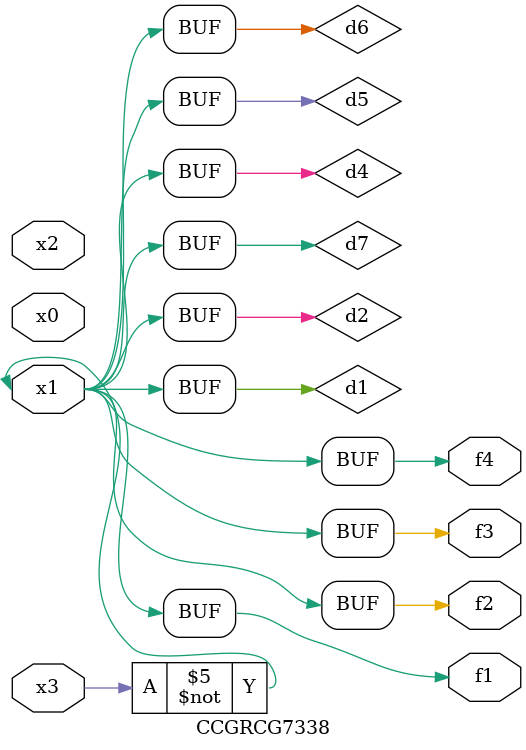
<source format=v>
module CCGRCG7338(
	input x0, x1, x2, x3,
	output f1, f2, f3, f4
);

	wire d1, d2, d3, d4, d5, d6, d7;

	not (d1, x3);
	buf (d2, x1);
	xnor (d3, d1, d2);
	nor (d4, d1);
	buf (d5, d1, d2);
	buf (d6, d4, d5);
	nand (d7, d4);
	assign f1 = d6;
	assign f2 = d7;
	assign f3 = d6;
	assign f4 = d6;
endmodule

</source>
